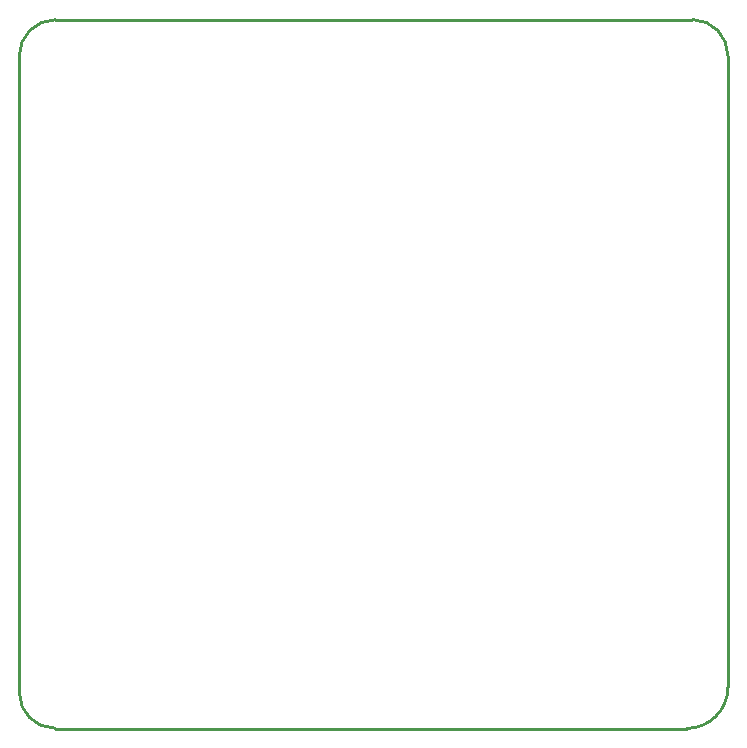
<source format=gm1>
G04*
G04 #@! TF.GenerationSoftware,Altium Limited,Altium Designer,20.2.6 (244)*
G04*
G04 Layer_Color=16711935*
%FSLAX24Y24*%
%MOIN*%
G70*
G04*
G04 #@! TF.SameCoordinates,51859F98-D9B2-4489-9200-0AB67A10A6FC*
G04*
G04*
G04 #@! TF.FilePolarity,Positive*
G04*
G01*
G75*
%ADD11C,0.0100*%
D11*
X42020Y36640D02*
G03*
X40840Y37860I-1200J20D01*
G01*
X18400Y15410D02*
G03*
X19580Y14240I1175J5D01*
G01*
X40642Y14228D02*
G03*
X42020Y15594I6J1372D01*
G01*
X19600Y37850D02*
G03*
X18400Y36650I0J-1200D01*
G01*
X19600Y37850D02*
X40830D01*
X42020Y15600D02*
Y36640D01*
X19580Y14220D02*
X40648D01*
X18400Y15410D02*
Y36650D01*
M02*

</source>
